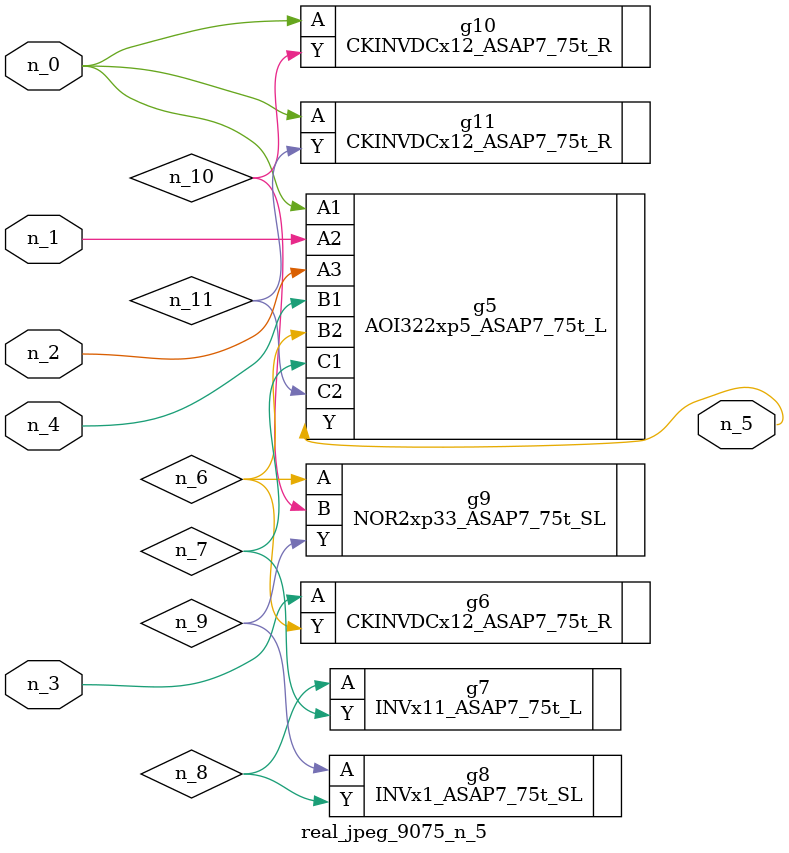
<source format=v>
module real_jpeg_9075_n_5 (n_4, n_0, n_1, n_2, n_3, n_5);

input n_4;
input n_0;
input n_1;
input n_2;
input n_3;

output n_5;

wire n_8;
wire n_11;
wire n_6;
wire n_7;
wire n_10;
wire n_9;

AOI322xp5_ASAP7_75t_L g5 ( 
.A1(n_0),
.A2(n_1),
.A3(n_2),
.B1(n_4),
.B2(n_6),
.C1(n_7),
.C2(n_11),
.Y(n_5)
);

CKINVDCx12_ASAP7_75t_R g10 ( 
.A(n_0),
.Y(n_10)
);

CKINVDCx12_ASAP7_75t_R g11 ( 
.A(n_0),
.Y(n_11)
);

CKINVDCx12_ASAP7_75t_R g6 ( 
.A(n_3),
.Y(n_6)
);

NOR2xp33_ASAP7_75t_SL g9 ( 
.A(n_6),
.B(n_10),
.Y(n_9)
);

INVx11_ASAP7_75t_L g7 ( 
.A(n_8),
.Y(n_7)
);

INVx1_ASAP7_75t_SL g8 ( 
.A(n_9),
.Y(n_8)
);


endmodule
</source>
